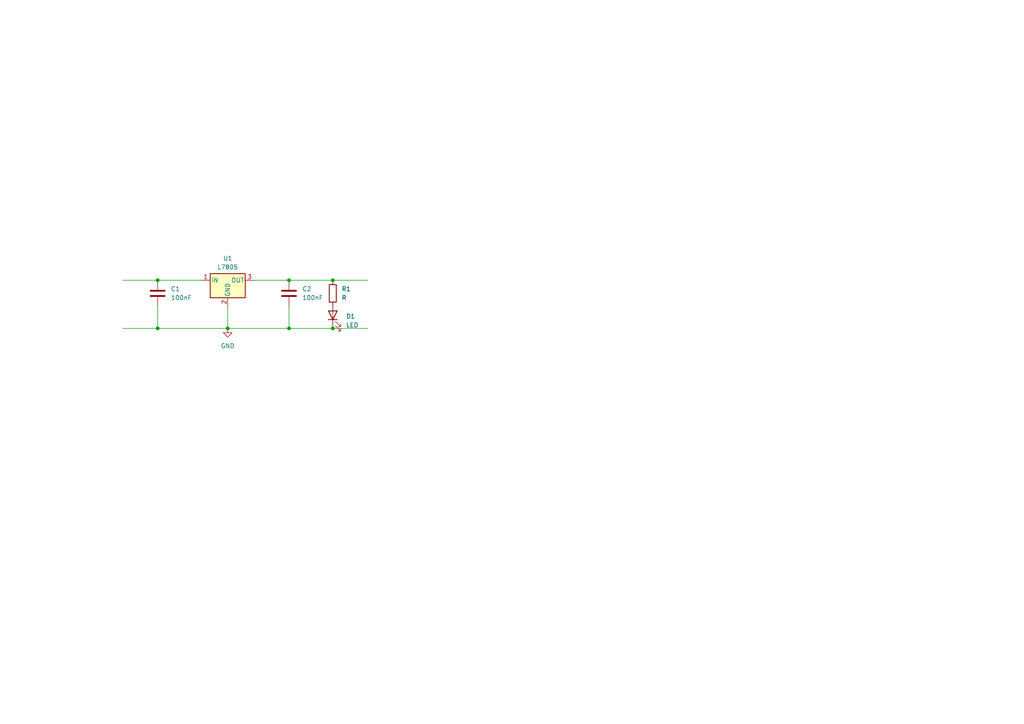
<source format=kicad_sch>
(kicad_sch (version 20231120) (generator "eeschema") (generator_version "8.0")
  (paper "A4")
  (lib_symbols
    (symbol "Device:C" (pin_numbers hide) (pin_names (offset 0.254))
      (property "Reference" "C" (at 0.635 2.54 0))
      (property "Value" "C" (at 0.635 -2.54 0))
      (symbol "C_0_1"
        (polyline (pts (xy -2.032 -0.762) (xy 2.032 -0.762)) (stroke (width 0.508)))
        (polyline (pts (xy -2.032 0.762) (xy 2.032 0.762)) (stroke (width 0.508)))
      )
      (symbol "C_1_1"
        (pin passive line (at 0 3.81 270) (length 2.794) (name "~") (number "1"))
        (pin passive line (at 0 -3.81 90) (length 2.794) (name "~") (number "2"))
      )
    )
    (symbol "Device:LED" (pin_numbers hide) (pin_names (offset 1.016) hide)
      (property "Reference" "D" (at 0 2.54 0))
      (property "Value" "LED" (at 0 -2.54 0))
      (symbol "LED_0_1"
        (polyline (pts (xy -1.27 -1.27) (xy -1.27 1.27)) (stroke (width 0.254)))
        (polyline (pts (xy -1.27 0) (xy 1.27 0)))
        (polyline (pts (xy 1.27 -1.27) (xy 1.27 1.27) (xy -1.27 0) (xy 1.27 -1.27)) (stroke (width 0.254)))
        (polyline (pts (xy -3.048 -0.762) (xy -4.572 -2.286) (xy -3.81 -2.286) (xy -4.572 -2.286) (xy -4.572 -1.524)))
        (polyline (pts (xy -1.778 -0.762) (xy -3.302 -2.286) (xy -2.54 -2.286) (xy -3.302 -2.286) (xy -3.302 -1.524)))
      )
      (symbol "LED_1_1"
        (pin passive line (at -3.81 0 0) (length 2.54) (name "K") (number "1"))
        (pin passive line (at 3.81 0 180) (length 2.54) (name "A") (number "2"))
      )
    )
    (symbol "Device:R" (pin_numbers hide) (pin_names (offset 0))
      (property "Reference" "R" (at 2.032 0 90))
      (property "Value" "R" (at 0 0 90))
      (symbol "R_0_1"
        (rectangle (start -1.016 -2.54) (end 1.016 2.54) (stroke (width 0.254)))
      )
      (symbol "R_1_1"
        (pin passive line (at 0 3.81 270) (length 1.27) (name "~") (number "1"))
        (pin passive line (at 0 -3.81 90) (length 1.27) (name "~") (number "2"))
      )
    )
    (symbol "Regulator_Linear:L7805" (pin_names (offset 0.254))
      (property "Reference" "U" (at -3.81 3.175 0))
      (property "Value" "L7805" (at 0 3.175 0))
      (symbol "L7805_0_1"
        (rectangle (start -5.08 1.905) (end 5.08 -5.08) (stroke (width 0.254)) (fill (type background)))
      )
      (symbol "L7805_1_1"
        (pin power_in line (at -7.62 0 0) (length 2.54) (name "IN") (number "1"))
        (pin power_in line (at 0 -7.62 90) (length 2.54) (name "GND") (number "2"))
        (pin power_out line (at 7.62 0 180) (length 2.54) (name "OUT") (number "3"))
      )
    )
    (symbol "power:GND" (power) (pin_numbers hide) (pin_names (offset 0) hide)
      (property "Value" "GND" (at 0 -3.81 0))
      (symbol "GND_0_1"
        (polyline (pts (xy 0 0) (xy 0 -1.27) (xy 1.27 -1.27) (xy 0 -2.54) (xy -1.27 -1.27) (xy 0 -1.27)))
      )
      (symbol "GND_1_1"
        (pin power_in line (at 0 0 270) (length 0) (name "~") (number "1"))
      )
    )
  )
  (junction (at 96.52 81.28))
  (junction (at 83.82 95.25))
  (junction (at 96.52 95.25))
  (junction (at 45.72 81.28))
  (junction (at 83.82 81.28))
  (junction (at 66.04 95.25))
  (junction (at 45.72 95.25))
  (wire (pts (xy 45.72 88.9) (xy 45.72 95.25)))
  (wire (pts (xy 73.66 81.28) (xy 83.82 81.28)))
  (wire (pts (xy 66.04 88.9) (xy 66.04 95.25)))
  (wire (pts (xy 66.04 95.25) (xy 83.82 95.25)))
  (wire (pts (xy 83.82 95.25) (xy 96.52 95.25)))
  (wire (pts (xy 45.72 95.25) (xy 66.04 95.25)))
  (wire (pts (xy 96.52 95.25) (xy 106.68 95.25)))
  (wire (pts (xy 35.56 95.25) (xy 45.72 95.25)))
  (wire (pts (xy 83.82 81.28) (xy 96.52 81.28)))
  (wire (pts (xy 45.72 81.28) (xy 35.56 81.28)))
  (wire (pts (xy 96.52 81.28) (xy 106.68 81.28)))
  (wire (pts (xy 45.72 81.28) (xy 58.42 81.28)))
  (wire (pts (xy 83.82 95.25) (xy 83.82 88.9)))
  (symbol (lib_id "Device:R") (at 96.52 85.09 0) (unit 1)
    (property "Reference" "R1" (at 99.06 83.8199 0) (effects (justify left)))
    (property "Value" "R" (at 99.06 86.3599 0) (effects (justify left)))
    (property "Description" "Resistor" (effects (hide yes)))
  )
  (symbol (lib_id "power:GND") (at 66.04 95.25 0) (unit 1)
    (property "Reference" "#PWR01" (effects (hide yes)))
    (property "Value" "GND" (at 66.04 100.33 0))
    (property "Description" "Power symbol creates a global label with name \"GND\" , ground" (effects (hide yes)))
  )
  (symbol (lib_id "Device:C") (at 83.82 85.09 0) (unit 1)
    (property "Reference" "C2" (at 87.63 83.8199 0) (effects (justify left)))
    (property "Value" "100nF" (at 87.63 86.3599 0) (effects (justify left)))
    (property "Description" "Unpolarized capacitor" (effects (hide yes)))
  )
  (symbol (lib_id "Device:C") (at 45.72 85.09 0) (unit 1)
    (property "Reference" "C1" (at 49.53 83.8199 0) (effects (justify left)))
    (property "Value" "100nF" (at 49.53 86.3599 0) (effects (justify left)))
    (property "Description" "Unpolarized capacitor" (effects (hide yes)))
  )
  (symbol (lib_id "Device:LED") (at 96.52 91.44 90) (unit 1)
    (property "Reference" "D1" (at 100.33 91.7574 90) (effects (justify right)))
    (property "Value" "LED" (at 100.33 94.2974 90) (effects (justify right)))
    (property "Description" "Light emitting diode" (effects (hide yes)))
  )
  (symbol (lib_id "Regulator_Linear:L7805") (at 66.04 81.28 0) (unit 1)
    (property "Reference" "U1" (at 66.04 74.93 0))
    (property "Value" "L7805" (at 66.04 77.47 0))
    (property "Datasheet" "http://www.st.com/content/ccc/resource/technical/document/datasheet/41/4f/b3/b0/12/d4/47/88/CD00000444.pdf/files/CD00000444.pdf/jcr:content/translations/en.CD00000444.pdf" (effects (hide yes)))
    (property "Description" "Positive 1.5A 35V Linear Regulator, Fixed Output 5V, TO-220/TO-263/TO-252" (effects (hide yes)))
  )
)
</source>
